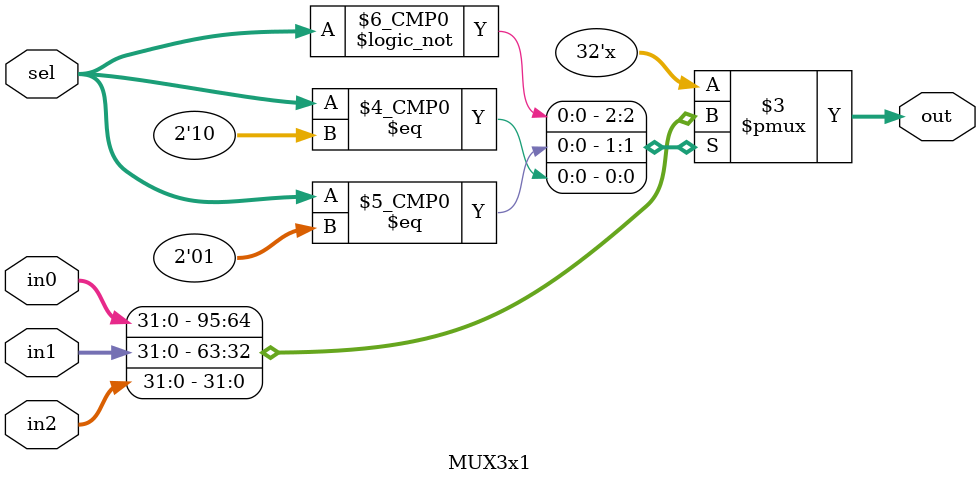
<source format=v>
`timescale 1ns / 1ps
module MUX3x1 #(parameter WIDTH = 32)(
    input [WIDTH-1:0] in0,
    input [WIDTH-1:0] in1,
    input [WIDTH-1:0] in2,
    input [1:0] sel,
    output reg [WIDTH-1:0] out
    );
    
    always @(*) begin
        case(sel)
            2'b00: out = in0; // PC_PLUS_4
            2'b01: out = in1; // PC_BRANCH
            2'b10: out = in2; // JUMP
            default: out = {WIDTH{1'bx}};
        endcase
    end
endmodule

</source>
